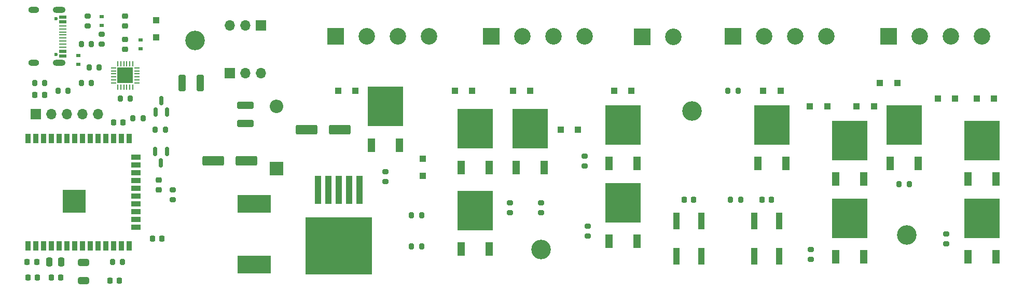
<source format=gbr>
G04 #@! TF.GenerationSoftware,KiCad,Pcbnew,7.0.7-7.0.7~ubuntu22.04.1*
G04 #@! TF.CreationDate,2023-08-27T12:25:05+02:00*
G04 #@! TF.ProjectId,pcb_esp32_wled_pwm_multichannel,7063625f-6573-4703-9332-5f776c65645f,rev?*
G04 #@! TF.SameCoordinates,Original*
G04 #@! TF.FileFunction,Soldermask,Top*
G04 #@! TF.FilePolarity,Negative*
%FSLAX46Y46*%
G04 Gerber Fmt 4.6, Leading zero omitted, Abs format (unit mm)*
G04 Created by KiCad (PCBNEW 7.0.7-7.0.7~ubuntu22.04.1) date 2023-08-27 12:25:05*
%MOMM*%
%LPD*%
G01*
G04 APERTURE LIST*
G04 Aperture macros list*
%AMRoundRect*
0 Rectangle with rounded corners*
0 $1 Rounding radius*
0 $2 $3 $4 $5 $6 $7 $8 $9 X,Y pos of 4 corners*
0 Add a 4 corners polygon primitive as box body*
4,1,4,$2,$3,$4,$5,$6,$7,$8,$9,$2,$3,0*
0 Add four circle primitives for the rounded corners*
1,1,$1+$1,$2,$3*
1,1,$1+$1,$4,$5*
1,1,$1+$1,$6,$7*
1,1,$1+$1,$8,$9*
0 Add four rect primitives between the rounded corners*
20,1,$1+$1,$2,$3,$4,$5,0*
20,1,$1+$1,$4,$5,$6,$7,0*
20,1,$1+$1,$6,$7,$8,$9,0*
20,1,$1+$1,$8,$9,$2,$3,0*%
G04 Aperture macros list end*
%ADD10R,1.100000X1.100000*%
%ADD11R,1.000000X2.750000*%
%ADD12R,1.200000X2.200000*%
%ADD13R,5.800000X6.400000*%
%ADD14RoundRect,0.200000X0.200000X0.275000X-0.200000X0.275000X-0.200000X-0.275000X0.200000X-0.275000X0*%
%ADD15R,1.700000X1.700000*%
%ADD16O,1.700000X1.700000*%
%ADD17C,3.200000*%
%ADD18RoundRect,0.200000X-0.275000X0.200000X-0.275000X-0.200000X0.275000X-0.200000X0.275000X0.200000X0*%
%ADD19RoundRect,0.200000X0.275000X-0.200000X0.275000X0.200000X-0.275000X0.200000X-0.275000X-0.200000X0*%
%ADD20R,0.700000X0.600000*%
%ADD21RoundRect,0.250000X1.500000X0.550000X-1.500000X0.550000X-1.500000X-0.550000X1.500000X-0.550000X0*%
%ADD22RoundRect,0.200000X-0.200000X-0.275000X0.200000X-0.275000X0.200000X0.275000X-0.200000X0.275000X0*%
%ADD23R,2.700000X2.700000*%
%ADD24C,2.700000*%
%ADD25RoundRect,0.225000X-0.225000X-0.250000X0.225000X-0.250000X0.225000X0.250000X-0.225000X0.250000X0*%
%ADD26RoundRect,0.225000X0.225000X0.250000X-0.225000X0.250000X-0.225000X-0.250000X0.225000X-0.250000X0*%
%ADD27RoundRect,0.250000X0.650000X-0.325000X0.650000X0.325000X-0.650000X0.325000X-0.650000X-0.325000X0*%
%ADD28RoundRect,0.225000X-0.250000X0.225000X-0.250000X-0.225000X0.250000X-0.225000X0.250000X0.225000X0*%
%ADD29R,5.400000X2.900000*%
%ADD30RoundRect,0.250000X-0.250000X-0.475000X0.250000X-0.475000X0.250000X0.475000X-0.250000X0.475000X0*%
%ADD31RoundRect,0.062500X-0.062500X0.350000X-0.062500X-0.350000X0.062500X-0.350000X0.062500X0.350000X0*%
%ADD32RoundRect,0.062500X-0.350000X0.062500X-0.350000X-0.062500X0.350000X-0.062500X0.350000X0.062500X0*%
%ADD33R,2.600000X2.600000*%
%ADD34R,0.900000X1.500000*%
%ADD35R,1.500000X0.900000*%
%ADD36C,0.475000*%
%ADD37R,3.800000X3.800000*%
%ADD38R,2.200000X2.200000*%
%ADD39O,2.200000X2.200000*%
%ADD40RoundRect,0.250000X1.100000X-0.325000X1.100000X0.325000X-1.100000X0.325000X-1.100000X-0.325000X0*%
%ADD41RoundRect,0.250000X0.325000X1.100000X-0.325000X1.100000X-0.325000X-1.100000X0.325000X-1.100000X0*%
%ADD42RoundRect,0.225000X0.250000X-0.225000X0.250000X0.225000X-0.250000X0.225000X-0.250000X-0.225000X0*%
%ADD43R,1.100000X4.600000*%
%ADD44R,10.800000X9.400000*%
%ADD45C,0.600000*%
%ADD46R,1.160000X0.580000*%
%ADD47R,1.160000X0.280000*%
%ADD48O,2.100000X1.000000*%
%ADD49O,1.800000X1.000000*%
%ADD50RoundRect,0.150000X0.150000X-0.587500X0.150000X0.587500X-0.150000X0.587500X-0.150000X-0.587500X0*%
%ADD51RoundRect,0.218750X-0.256250X0.218750X-0.256250X-0.218750X0.256250X-0.218750X0.256250X0.218750X0*%
%ADD52RoundRect,0.150000X-0.150000X0.587500X-0.150000X-0.587500X0.150000X-0.587500X0.150000X0.587500X0*%
G04 APERTURE END LIST*
D10*
G04 #@! TO.C,D111*
X162820000Y-54610000D03*
X160020000Y-54610000D03*
G04 #@! TD*
D11*
G04 #@! TO.C,SW101*
X130080000Y-80350000D03*
X130080000Y-74590000D03*
X134080000Y-80350000D03*
X134080000Y-74590000D03*
G04 #@! TD*
D12*
G04 #@! TO.C,Q111*
X164930000Y-80400000D03*
D13*
X167210000Y-74100000D03*
D12*
X169490000Y-80400000D03*
G04 #@! TD*
D14*
G04 #@! TO.C,R126*
X14236200Y-52070000D03*
X12586200Y-52070000D03*
G04 #@! TD*
D12*
G04 #@! TO.C,Q102*
X82175000Y-79130000D03*
D13*
X84455000Y-72830000D03*
D12*
X86735000Y-79130000D03*
G04 #@! TD*
D15*
G04 #@! TO.C,J107*
X44450000Y-50392000D03*
D16*
X46990000Y-50392000D03*
X49530000Y-50392000D03*
G04 #@! TD*
D17*
G04 #@! TO.C,H103*
X95250000Y-79248000D03*
G04 #@! TD*
D15*
G04 #@! TO.C,J106*
X49545000Y-42672000D03*
D16*
X47005000Y-42672000D03*
X44465000Y-42672000D03*
G04 #@! TD*
D18*
G04 #@! TO.C,R101*
X69850000Y-66485000D03*
X69850000Y-68135000D03*
G04 #@! TD*
D19*
G04 #@! TO.C,R125*
X21285200Y-42735000D03*
X21285200Y-41085000D03*
G04 #@! TD*
D20*
G04 #@! TO.C,D117*
X23571200Y-41210000D03*
X23571200Y-42610000D03*
G04 #@! TD*
D10*
G04 #@! TO.C,D104*
X90675000Y-53340000D03*
X93475000Y-53340000D03*
G04 #@! TD*
D12*
G04 #@! TO.C,Q107*
X130640000Y-65160000D03*
D13*
X132920000Y-58860000D03*
D12*
X135200000Y-65160000D03*
G04 #@! TD*
D14*
G04 #@! TO.C,R102*
X75755000Y-78740000D03*
X74105000Y-78740000D03*
G04 #@! TD*
D21*
G04 #@! TO.C,C117*
X47150000Y-64770000D03*
X41750000Y-64770000D03*
G04 #@! TD*
D22*
G04 #@! TO.C,R119*
X16396200Y-53340000D03*
X18046200Y-53340000D03*
G04 #@! TD*
D19*
G04 #@! TO.C,R111*
X161382500Y-78295000D03*
X161382500Y-76645000D03*
G04 #@! TD*
D23*
G04 #@! TO.C,J104*
X151970000Y-44450000D03*
D24*
X157050000Y-44450000D03*
X162130000Y-44450000D03*
X167210000Y-44450000D03*
G04 #@! TD*
D17*
G04 #@! TO.C,H104*
X119888000Y-56642000D03*
G04 #@! TD*
D25*
G04 #@! TO.C,C111*
X118605000Y-71120000D03*
X120155000Y-71120000D03*
G04 #@! TD*
D12*
G04 #@! TO.C,Q105*
X106305000Y-77860000D03*
D13*
X108585000Y-71560000D03*
D12*
X110865000Y-77860000D03*
G04 #@! TD*
D19*
G04 #@! TO.C,R105*
X102870000Y-77025000D03*
X102870000Y-75375000D03*
G04 #@! TD*
D10*
G04 #@! TO.C,D107*
X131520000Y-53340000D03*
X134320000Y-53340000D03*
G04 #@! TD*
D12*
G04 #@! TO.C,Q110*
X152230000Y-65160000D03*
D13*
X154510000Y-58860000D03*
D12*
X156790000Y-65160000D03*
G04 #@! TD*
D20*
G04 #@! TO.C,D115*
X29921200Y-45020000D03*
X29921200Y-46420000D03*
G04 #@! TD*
D26*
G04 #@! TO.C,C102*
X14186200Y-53975000D03*
X12636200Y-53975000D03*
G04 #@! TD*
D14*
G04 #@! TO.C,R120*
X23126200Y-49530000D03*
X21476200Y-49530000D03*
G04 #@! TD*
D27*
G04 #@! TO.C,C101*
X20574000Y-84279000D03*
X20574000Y-81329000D03*
G04 #@! TD*
D10*
G04 #@! TO.C,D105*
X101240000Y-59690000D03*
X98440000Y-59690000D03*
G04 #@! TD*
G04 #@! TO.C,D102*
X75930000Y-64365000D03*
X75930000Y-67165000D03*
G04 #@! TD*
D14*
G04 #@! TO.C,R112*
X75755000Y-73660000D03*
X74105000Y-73660000D03*
G04 #@! TD*
D18*
G04 #@! TO.C,R104*
X95250000Y-71565000D03*
X95250000Y-73215000D03*
G04 #@! TD*
D12*
G04 #@! TO.C,Q108*
X143340000Y-80400000D03*
D13*
X145620000Y-74100000D03*
D12*
X147900000Y-80400000D03*
G04 #@! TD*
D26*
G04 #@! TO.C,C103*
X33363200Y-77470000D03*
X31813200Y-77470000D03*
G04 #@! TD*
D28*
G04 #@! TO.C,C115*
X27381200Y-44945000D03*
X27381200Y-46495000D03*
G04 #@! TD*
D26*
G04 #@! TO.C,C110*
X13043200Y-83820000D03*
X11493200Y-83820000D03*
G04 #@! TD*
D21*
G04 #@! TO.C,C116*
X62390000Y-59690000D03*
X56990000Y-59690000D03*
G04 #@! TD*
D10*
G04 #@! TO.C,D109*
X149560000Y-55880000D03*
X146760000Y-55880000D03*
G04 #@! TD*
D18*
G04 #@! TO.C,R103*
X90170000Y-71565000D03*
X90170000Y-73215000D03*
G04 #@! TD*
D19*
G04 #@! TO.C,R106*
X102380000Y-65595000D03*
X102380000Y-63945000D03*
G04 #@! TD*
D12*
G04 #@! TO.C,Q109*
X143340000Y-67700000D03*
D13*
X145620000Y-61400000D03*
D12*
X147900000Y-67700000D03*
G04 #@! TD*
G04 #@! TO.C,Q101*
X67570000Y-62180000D03*
D13*
X69850000Y-55880000D03*
D12*
X72130000Y-62180000D03*
G04 #@! TD*
D23*
G04 #@! TO.C,J103*
X126570000Y-44450000D03*
D24*
X131650000Y-44450000D03*
X136730000Y-44450000D03*
X141810000Y-44450000D03*
G04 #@! TD*
D20*
G04 #@! TO.C,D116*
X19761200Y-48960000D03*
X19761200Y-47560000D03*
G04 #@! TD*
D29*
G04 #@! TO.C,L101*
X48435584Y-71760660D03*
X48435584Y-81660660D03*
G04 #@! TD*
D14*
G04 #@! TO.C,R118*
X30299200Y-57785000D03*
X28649200Y-57785000D03*
G04 #@! TD*
D19*
G04 #@! TO.C,R108*
X139270000Y-80835000D03*
X139270000Y-79185000D03*
G04 #@! TD*
D25*
G04 #@! TO.C,C108*
X25463200Y-58471500D03*
X27013200Y-58471500D03*
G04 #@! TD*
D26*
G04 #@! TO.C,C105*
X12916200Y-81280000D03*
X11366200Y-81280000D03*
G04 #@! TD*
D12*
G04 #@! TO.C,Q106*
X106305000Y-65160000D03*
D13*
X108585000Y-58860000D03*
D12*
X110865000Y-65160000D03*
G04 #@! TD*
D25*
G04 #@! TO.C,C109*
X24879000Y-84328000D03*
X26429000Y-84328000D03*
G04 #@! TD*
G04 #@! TO.C,C107*
X131305000Y-71120000D03*
X132855000Y-71120000D03*
G04 #@! TD*
D12*
G04 #@! TO.C,Q103*
X82175000Y-65795000D03*
D13*
X84455000Y-59495000D03*
D12*
X86735000Y-65795000D03*
G04 #@! TD*
D30*
G04 #@! TO.C,C104*
X15001200Y-81280000D03*
X16901200Y-81280000D03*
G04 #@! TD*
D31*
G04 #@! TO.C,U103*
X28631200Y-48862500D03*
X28131200Y-48862500D03*
X27631200Y-48862500D03*
X27131200Y-48862500D03*
X26631200Y-48862500D03*
X26131200Y-48862500D03*
D32*
X25443700Y-49550000D03*
X25443700Y-50050000D03*
X25443700Y-50550000D03*
X25443700Y-51050000D03*
X25443700Y-51550000D03*
X25443700Y-52050000D03*
D31*
X26131200Y-52737500D03*
X26631200Y-52737500D03*
X27131200Y-52737500D03*
X27631200Y-52737500D03*
X28131200Y-52737500D03*
X28631200Y-52737500D03*
D32*
X29318700Y-52050000D03*
X29318700Y-51550000D03*
X29318700Y-51050000D03*
X29318700Y-50550000D03*
X29318700Y-50050000D03*
X29318700Y-49550000D03*
D33*
X27381200Y-50800000D03*
G04 #@! TD*
D10*
G04 #@! TO.C,D108*
X141940000Y-55880000D03*
X139140000Y-55880000D03*
G04 #@! TD*
D11*
G04 #@! TO.C,SW102*
X121380000Y-74590000D03*
X121380000Y-80350000D03*
X117380000Y-74590000D03*
X117380000Y-80350000D03*
G04 #@! TD*
D23*
G04 #@! TO.C,J102*
X87140000Y-44450000D03*
D24*
X92220000Y-44450000D03*
X97300000Y-44450000D03*
X102380000Y-44450000D03*
G04 #@! TD*
D17*
G04 #@! TO.C,H102*
X154940000Y-76835000D03*
G04 #@! TD*
D34*
G04 #@! TO.C,U101*
X11506200Y-78600000D03*
X12776200Y-78600000D03*
X14046200Y-78600000D03*
X15316200Y-78600000D03*
X16586200Y-78600000D03*
X17856200Y-78600000D03*
X19126200Y-78600000D03*
X20396200Y-78600000D03*
X21666200Y-78600000D03*
X22936200Y-78600000D03*
X24206200Y-78600000D03*
X25476200Y-78600000D03*
X26746200Y-78600000D03*
X28016200Y-78600000D03*
D35*
X29111200Y-75565000D03*
X29111200Y-74295000D03*
X29111200Y-73025000D03*
X29111200Y-71755000D03*
X29111200Y-70485000D03*
X29111200Y-69215000D03*
X29111200Y-67945000D03*
X29111200Y-66675000D03*
X29111200Y-65405000D03*
X29111200Y-64135000D03*
D34*
X28016200Y-61100000D03*
X26746200Y-61100000D03*
X25476200Y-61100000D03*
X24206200Y-61100000D03*
X22936200Y-61100000D03*
X21666200Y-61100000D03*
X20396200Y-61100000D03*
X19126200Y-61100000D03*
X17856200Y-61100000D03*
X16586200Y-61100000D03*
X15316200Y-61100000D03*
X14046200Y-61100000D03*
X12776200Y-61100000D03*
X11506200Y-61100000D03*
D36*
X18371200Y-72750000D03*
X19771200Y-72750000D03*
X17671200Y-72050000D03*
X19071200Y-72050000D03*
X20471200Y-72050000D03*
X18371200Y-71350000D03*
D37*
X19071200Y-71350000D03*
D36*
X19771200Y-71350000D03*
X17671200Y-70650000D03*
X19071200Y-70650000D03*
X20471200Y-70650000D03*
X18371200Y-69950000D03*
X19771200Y-69950000D03*
G04 #@! TD*
D38*
G04 #@! TO.C,D118*
X52070000Y-66040000D03*
D39*
X52070000Y-55880000D03*
G04 #@! TD*
D12*
G04 #@! TO.C,Q112*
X164930000Y-67700000D03*
D13*
X167210000Y-61400000D03*
D12*
X169490000Y-67700000D03*
G04 #@! TD*
D14*
G04 #@! TO.C,R107*
X127395000Y-53340000D03*
X125745000Y-53340000D03*
G04 #@! TD*
D40*
G04 #@! TO.C,C112*
X46990000Y-58625000D03*
X46990000Y-55675000D03*
G04 #@! TD*
D22*
G04 #@! TO.C,R114*
X126175000Y-71120000D03*
X127825000Y-71120000D03*
G04 #@! TD*
D14*
G04 #@! TO.C,R121*
X28206200Y-54610000D03*
X26556200Y-54610000D03*
G04 #@! TD*
D23*
G04 #@! TO.C,J101*
X61740000Y-44450000D03*
D24*
X66820000Y-44450000D03*
X71900000Y-44450000D03*
X76980000Y-44450000D03*
G04 #@! TD*
D10*
G04 #@! TO.C,D112*
X169170000Y-54610000D03*
X166370000Y-54610000D03*
G04 #@! TD*
D19*
G04 #@! TO.C,R124*
X23571200Y-45720000D03*
X23571200Y-44070000D03*
G04 #@! TD*
D41*
G04 #@! TO.C,C113*
X39575000Y-52070000D03*
X36625000Y-52070000D03*
G04 #@! TD*
D15*
G04 #@! TO.C,J105*
X12781200Y-57150000D03*
D16*
X15321200Y-57150000D03*
X17861200Y-57150000D03*
X20401200Y-57150000D03*
X22941200Y-57150000D03*
G04 #@! TD*
D42*
G04 #@! TO.C,C114*
X27381200Y-42685000D03*
X27381200Y-41135000D03*
G04 #@! TD*
D14*
G04 #@! TO.C,R117*
X33921200Y-59690000D03*
X32271200Y-59690000D03*
G04 #@! TD*
D10*
G04 #@! TO.C,D110*
X150570000Y-52070000D03*
X153370000Y-52070000D03*
G04 #@! TD*
D43*
G04 #@! TO.C,U102*
X65630000Y-69475000D03*
X63930000Y-69475000D03*
X62230000Y-69475000D03*
D44*
X62230000Y-78625000D03*
D43*
X60530000Y-69475000D03*
X58830000Y-69475000D03*
G04 #@! TD*
D22*
G04 #@! TO.C,R110*
X153685000Y-68580000D03*
X155335000Y-68580000D03*
G04 #@! TD*
D10*
G04 #@! TO.C,D101*
X62100000Y-53340000D03*
X64900000Y-53340000D03*
G04 #@! TD*
D12*
G04 #@! TO.C,Q104*
X91210000Y-65795000D03*
D13*
X93490000Y-59495000D03*
D12*
X95770000Y-65795000D03*
G04 #@! TD*
D25*
G04 #@! TO.C,C118*
X15303200Y-83820000D03*
X16853200Y-83820000D03*
G04 #@! TD*
D18*
G04 #@! TO.C,R113*
X35128200Y-69470000D03*
X35128200Y-71120000D03*
G04 #@! TD*
D10*
G04 #@! TO.C,D106*
X109985000Y-53340000D03*
X107185000Y-53340000D03*
G04 #@! TD*
D45*
G04 #@! TO.C,J109*
X16111200Y-41560000D03*
X16111200Y-47340000D03*
D46*
X17191200Y-41250000D03*
X17191200Y-42050000D03*
D47*
X17191200Y-43200000D03*
X17191200Y-44200000D03*
X17191200Y-44700000D03*
X17191200Y-45700000D03*
D46*
X17191200Y-46850000D03*
X17191200Y-47650000D03*
X17191200Y-47650000D03*
X17191200Y-46850000D03*
D47*
X17191200Y-46200000D03*
X17191200Y-45200000D03*
X17191200Y-43700000D03*
X17191200Y-42700000D03*
D46*
X17191200Y-42050000D03*
X17191200Y-41250000D03*
D48*
X16611200Y-40130000D03*
D49*
X12461200Y-40130000D03*
D48*
X16611200Y-48770000D03*
D49*
X12461200Y-48770000D03*
G04 #@! TD*
D14*
G04 #@! TO.C,R109*
X26936200Y-81280000D03*
X25286200Y-81280000D03*
G04 #@! TD*
D50*
G04 #@! TO.C,Q114*
X32334200Y-56817500D03*
X34234200Y-56817500D03*
X33284200Y-54942500D03*
G04 #@! TD*
D10*
G04 #@! TO.C,D114*
X32461200Y-41780000D03*
X32461200Y-44580000D03*
G04 #@! TD*
D51*
G04 #@! TO.C,D113*
X32842200Y-67868700D03*
X32842200Y-69443700D03*
G04 #@! TD*
D14*
G04 #@! TO.C,R122*
X21856200Y-52070000D03*
X20206200Y-52070000D03*
G04 #@! TD*
D52*
G04 #@! TO.C,Q113*
X34173200Y-63197500D03*
X32273200Y-63197500D03*
X33223200Y-65072500D03*
G04 #@! TD*
D14*
G04 #@! TO.C,R123*
X21856200Y-45720000D03*
X20206200Y-45720000D03*
G04 #@! TD*
D10*
G04 #@! TO.C,D103*
X83950000Y-53340000D03*
X81150000Y-53340000D03*
G04 #@! TD*
D23*
G04 #@! TO.C,J108*
X111736000Y-44501500D03*
D24*
X116816000Y-44501500D03*
G04 #@! TD*
D17*
G04 #@! TO.C,H101*
X38735000Y-45085000D03*
G04 #@! TD*
M02*

</source>
